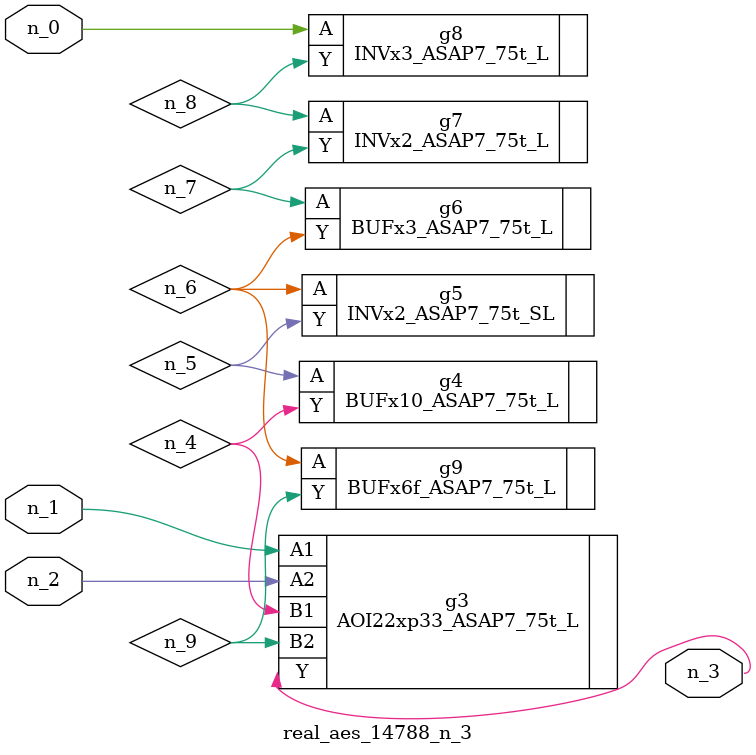
<source format=v>
module real_aes_14788_n_3 (n_0, n_2, n_1, n_3);
input n_0;
input n_2;
input n_1;
output n_3;
wire n_4;
wire n_5;
wire n_7;
wire n_9;
wire n_6;
wire n_8;
INVx3_ASAP7_75t_L g8 ( .A(n_0), .Y(n_8) );
AOI22xp33_ASAP7_75t_L g3 ( .A1(n_1), .A2(n_2), .B1(n_4), .B2(n_9), .Y(n_3) );
BUFx10_ASAP7_75t_L g4 ( .A(n_5), .Y(n_4) );
INVx2_ASAP7_75t_SL g5 ( .A(n_6), .Y(n_5) );
BUFx6f_ASAP7_75t_L g9 ( .A(n_6), .Y(n_9) );
BUFx3_ASAP7_75t_L g6 ( .A(n_7), .Y(n_6) );
INVx2_ASAP7_75t_L g7 ( .A(n_8), .Y(n_7) );
endmodule
</source>
